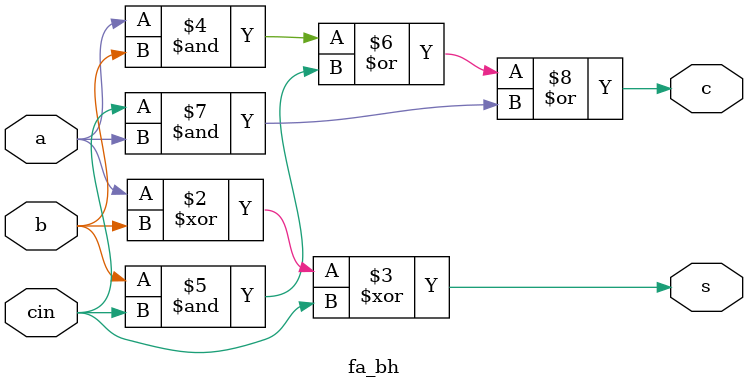
<source format=v>
module fa_bh(s,c,a,b,cin);
  input a,b,cin;
  output reg s,c;
  always @(*)
    begin
      s=a^b^cin;
      c=a&b|b&cin|cin&a;
    end
endmodule

</source>
